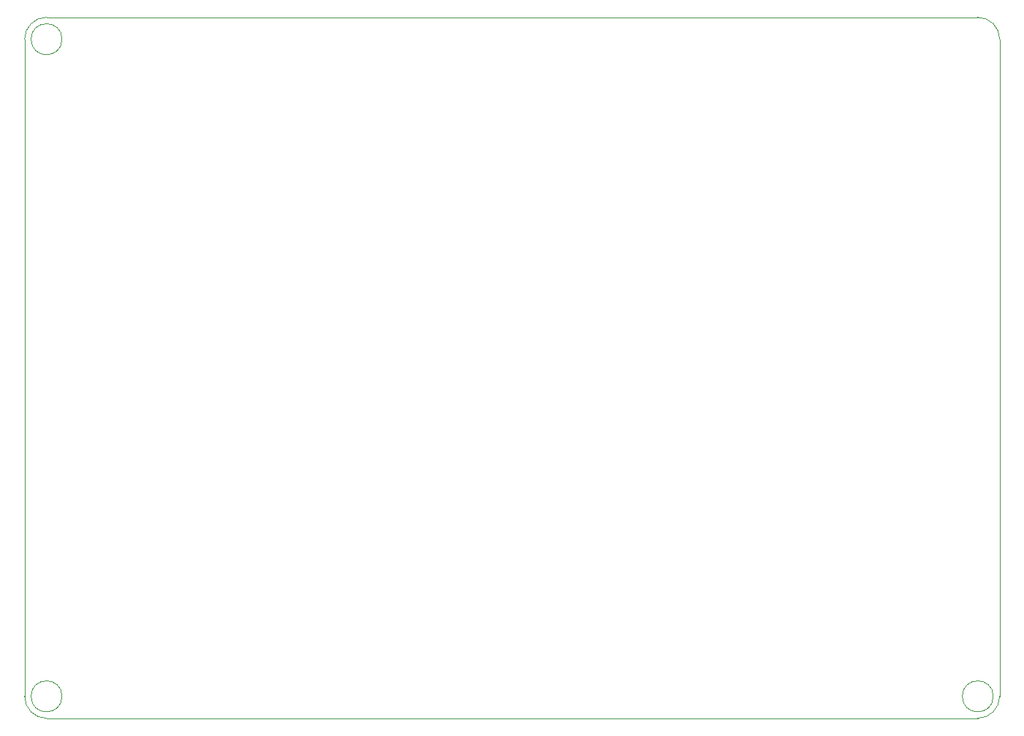
<source format=gbr>
G04 #@! TF.GenerationSoftware,KiCad,Pcbnew,(5.1.0)-1*
G04 #@! TF.CreationDate,2019-05-06T19:17:54+02:00*
G04 #@! TF.ProjectId,NesEMU,4e657345-4d55-42e6-9b69-6361645f7063,rev?*
G04 #@! TF.SameCoordinates,Original*
G04 #@! TF.FileFunction,Profile,NP*
%FSLAX46Y46*%
G04 Gerber Fmt 4.6, Leading zero omitted, Abs format (unit mm)*
G04 Created by KiCad (PCBNEW (5.1.0)-1) date 2019-05-06 19:17:54*
%MOMM*%
%LPD*%
G04 APERTURE LIST*
%ADD10C,0.050000*%
G04 APERTURE END LIST*
D10*
X79266051Y-62230000D02*
G75*
G03X79266051Y-62230000I-1796051J0D01*
G01*
X187216051Y-138430000D02*
G75*
G03X187216051Y-138430000I-1796051J0D01*
G01*
X79266051Y-138430000D02*
G75*
G03X79266051Y-138430000I-1796051J0D01*
G01*
X187960000Y-138430000D02*
G75*
G02X185420000Y-140970000I-2540000J0D01*
G01*
X77470000Y-140970000D02*
G75*
G02X74930000Y-138430000I0J2540000D01*
G01*
X74930000Y-62230000D02*
X74930000Y-138430000D01*
X74930000Y-62230000D02*
G75*
G02X77470000Y-59690000I2540000J0D01*
G01*
X185420000Y-59690000D02*
G75*
G02X187960000Y-62230000I0J-2540000D01*
G01*
X185420000Y-59690000D02*
X77470000Y-59690000D01*
X187960000Y-63500000D02*
X187960000Y-62230000D01*
X187960000Y-138430000D02*
X187960000Y-63500000D01*
X77470000Y-140970000D02*
X185420000Y-140970000D01*
M02*

</source>
